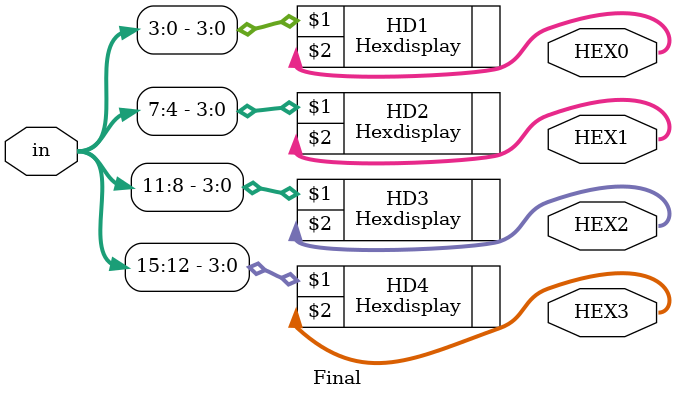
<source format=v>
module Final(input [15:0] in, output [6:0] HEX0, HEX1, HEX2, HEX3);
	Hexdisplay HD1 (in[3:0], HEX0);
	Hexdisplay HD2 (in[7:4], HEX1);
	Hexdisplay HD3 (in[11:8], HEX2);
	Hexdisplay HD4 (in[15:12], HEX3);
endmodule

</source>
